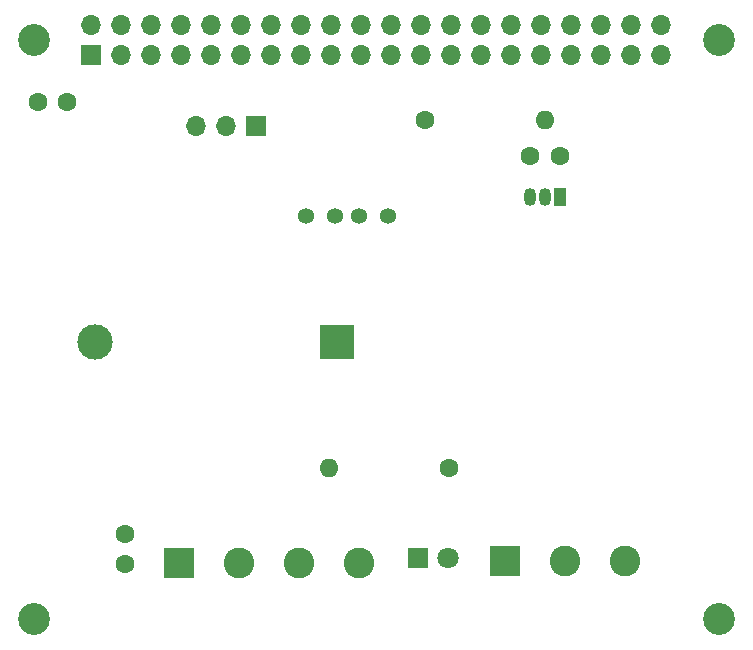
<source format=gbs>
G04 #@! TF.GenerationSoftware,KiCad,Pcbnew,8.0.4*
G04 #@! TF.CreationDate,2024-07-21T17:31:12-07:00*
G04 #@! TF.ProjectId,RPi_RTC_Interface,5250695f-5254-4435-9f49-6e7465726661,V1.0*
G04 #@! TF.SameCoordinates,Original*
G04 #@! TF.FileFunction,Soldermask,Bot*
G04 #@! TF.FilePolarity,Negative*
%FSLAX46Y46*%
G04 Gerber Fmt 4.6, Leading zero omitted, Abs format (unit mm)*
G04 Created by KiCad (PCBNEW 8.0.4) date 2024-07-21 17:31:12*
%MOMM*%
%LPD*%
G01*
G04 APERTURE LIST*
%ADD10R,2.600000X2.600000*%
%ADD11C,2.600000*%
%ADD12C,1.600000*%
%ADD13O,1.600000X1.600000*%
%ADD14C,2.700000*%
%ADD15R,1.700000X1.700000*%
%ADD16O,1.700000X1.700000*%
%ADD17C,1.354000*%
%ADD18R,3.000000X3.000000*%
%ADD19C,3.000000*%
%ADD20R,1.800000X1.800000*%
%ADD21C,1.800000*%
%ADD22R,1.050000X1.500000*%
%ADD23O,1.050000X1.500000*%
G04 APERTURE END LIST*
D10*
X160523000Y-130718000D03*
D11*
X165603000Y-130718000D03*
X170683000Y-130718000D03*
D12*
X153686000Y-93380000D03*
D13*
X163846000Y-93380000D03*
D14*
X178610000Y-86600000D03*
D15*
X139447000Y-93888000D03*
D16*
X136907000Y-93888000D03*
X134367000Y-93888000D03*
D12*
X162616000Y-96428000D03*
X165116000Y-96428000D03*
D17*
X148110000Y-101508000D03*
X150610000Y-101508000D03*
D12*
X123440000Y-91856000D03*
X120940000Y-91856000D03*
D15*
X125476000Y-87884000D03*
D16*
X125476000Y-85344000D03*
X128016000Y-87884000D03*
X128016000Y-85344000D03*
X130556000Y-87884000D03*
X130556000Y-85344000D03*
X133096000Y-87884000D03*
X133096000Y-85344000D03*
X135636000Y-87884000D03*
X135636000Y-85344000D03*
X138176000Y-87884000D03*
X138176000Y-85344000D03*
X140716000Y-87884000D03*
X140716000Y-85344000D03*
X143256000Y-87884000D03*
X143256000Y-85344000D03*
X145796000Y-87884000D03*
X145796000Y-85344000D03*
X148336000Y-87884000D03*
X148336000Y-85344000D03*
X150876000Y-87884000D03*
X150876000Y-85344000D03*
X153416000Y-87884000D03*
X153416000Y-85344000D03*
X155956000Y-87884000D03*
X155956000Y-85344000D03*
X158496000Y-87884000D03*
X158496000Y-85344000D03*
X161036000Y-87884000D03*
X161036000Y-85344000D03*
X163576000Y-87884000D03*
X163576000Y-85344000D03*
X166116000Y-87884000D03*
X166116000Y-85344000D03*
X168656000Y-87884000D03*
X168656000Y-85344000D03*
X171196000Y-87884000D03*
X171196000Y-85344000D03*
X173736000Y-87884000D03*
X173736000Y-85344000D03*
D10*
X132858000Y-130861000D03*
D11*
X137938000Y-130861000D03*
X143018000Y-130861000D03*
X148098000Y-130861000D03*
D14*
X120610000Y-135600000D03*
X178610000Y-135600000D03*
X120610000Y-86600000D03*
D18*
X146236000Y-112176000D03*
D19*
X125746000Y-112176000D03*
D17*
X146110000Y-101508000D03*
X143610000Y-101508000D03*
D12*
X128286000Y-130972000D03*
X128286000Y-128472000D03*
D20*
X153162000Y-130464000D03*
D21*
X155702000Y-130464000D03*
D12*
X155718000Y-122844000D03*
D13*
X145558000Y-122844000D03*
D22*
X165116000Y-99878000D03*
D23*
X163846000Y-99878000D03*
X162576000Y-99878000D03*
M02*

</source>
